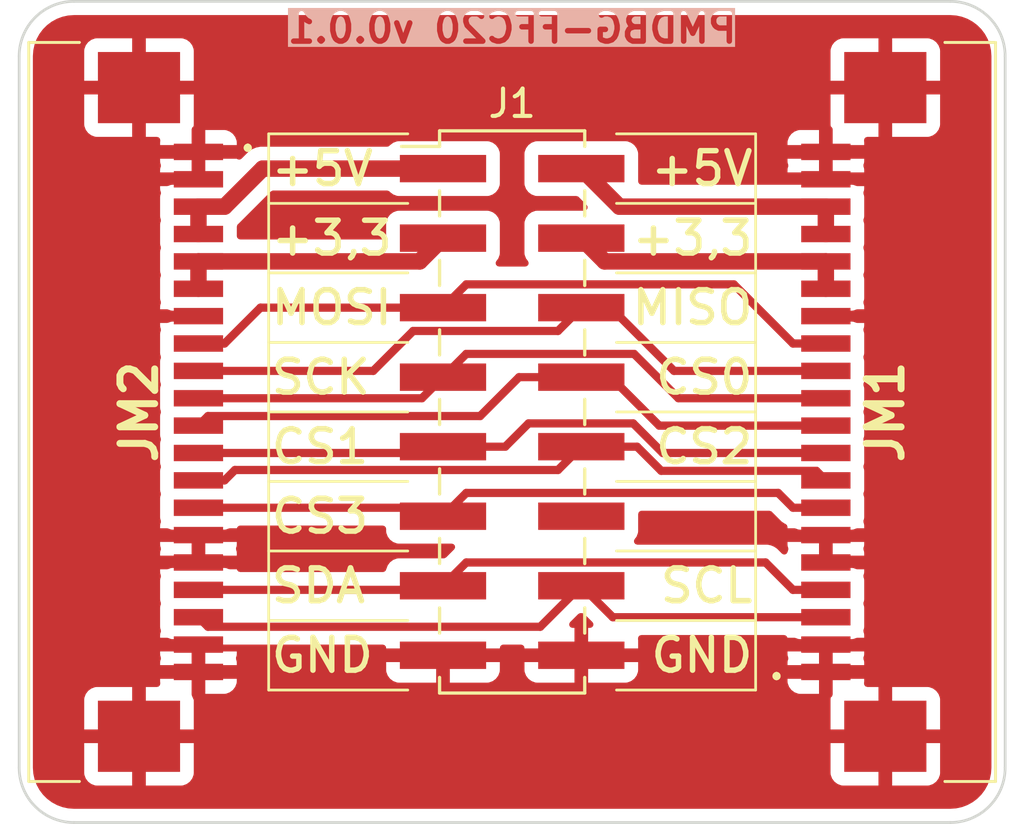
<source format=kicad_pcb>
(kicad_pcb (version 20241229) (generator "pcbnew") (generator_version "9.0")
  (layers (0 "F.Cu" signal) (2 "B.Cu" signal) (13 "F.Paste" user) (15 "B.Paste" user) (5 "F.SilkS" user "F.Silkscreen") (7 "B.SilkS" user "B.Silkscreen") (1 "F.Mask" user) (3 "B.Mask" user) (25 "Edge.Cuts" user))
  (property "article" "PMDBG-FFC20")
  (property "version" "0.0.1")
  (net 0 "")
  (net 1 "GND_MCU")
  (net 2 "/CS3_MCU")
  (net 3 "/SDA_MCU")
  (net 4 "/MISO_MCU")
  (net 5 "/SCL_MCU")
  (net 6 "/MOSI_MCU")
  (net 7 "/CS2_MCU")
  (net 8 "+5V_OUT")
  (net 9 "/SCK_MCU")
  (net 10 "/CS0_MCU")
  (net 11 "/CS1_MCU")
  (net 12 "+3.3V_OUT")
  (net 13 "+5V_IN")
  (net 14 "+3.3V_IN")
  (footprint "Connector_PinHeader_2.54mm:PinHeader_2x08_P2.54mm_Vertical_SMD" (layer "F.Cu") (at 121 69)
    (property "Reference" "J1" (at 0 -11.27 0) (layer "F.SilkS"))
    (property "Value" "PinHeader_02x08_P2.54_SMD_straight")
    (fp_line (start -4.04 -9.7) (end -2.65 -9.7) (stroke (width 0.12)) (layer "F.SilkS"))
    (fp_line (start -2.65 -10.27) (end -2.65 -9.7) (stroke (width 0.12)) (layer "F.SilkS"))
    (fp_line (start -2.65 -10.27) (end 2.65 -10.27) (stroke (width 0.12)) (layer "F.SilkS"))
    (fp_line (start -2.65 -8.08) (end -2.65 -7.16) (stroke (width 0.12)) (layer "F.SilkS"))
    (fp_line (start -2.65 -5.54) (end -2.65 -4.62) (stroke (width 0.12)) (layer "F.SilkS"))
    (fp_line (start -2.65 -3) (end -2.65 -2.08) (stroke (width 0.12)) (layer "F.SilkS"))
    (fp_line (start -2.65 -0.46) (end -2.65 0.46) (stroke (width 0.12)) (layer "F.SilkS"))
    (fp_line (start -2.65 2.08) (end -2.65 3) (stroke (width 0.12)) (layer "F.SilkS"))
    (fp_line (start -2.65 4.62) (end -2.65 5.54) (stroke (width 0.12)) (layer "F.SilkS"))
    (fp_line (start -2.65 7.16) (end -2.65 8.08) (stroke (width 0.12)) (layer "F.SilkS"))
    (fp_line (start -2.65 9.7) (end -2.65 10.27) (stroke (width 0.12)) (layer "F.SilkS"))
    (fp_line (start -2.65 10.27) (end 2.65 10.27) (stroke (width 0.12)) (layer "F.SilkS"))
    (fp_line (start 2.65 -10.27) (end 2.65 -9.7) (stroke (width 0.12)) (layer "F.SilkS"))
    (fp_line (start 2.65 -8.08) (end 2.65 -7.16) (stroke (width 0.12)) (layer "F.SilkS"))
    (fp_line (start 2.65 -5.54) (end 2.65 -4.62) (stroke (width 0.12)) (layer "F.SilkS"))
    (fp_line (start 2.65 -3) (end 2.65 -2.08) (stroke (width 0.12)) (layer "F.SilkS"))
    (fp_line (start 2.65 -0.46) (end 2.65 0.46) (stroke (width 0.12)) (layer "F.SilkS"))
    (fp_line (start 2.65 2.08) (end 2.65 3) (stroke (width 0.12)) (layer "F.SilkS"))
    (fp_line (start 2.65 4.62) (end 2.65 5.54) (stroke (width 0.12)) (layer "F.SilkS"))
    (fp_line (start 2.65 7.16) (end 2.65 8.08) (stroke (width 0.12)) (layer "F.SilkS"))
    (fp_line (start 2.65 9.7) (end 2.65 10.27) (stroke (width 0.12)) (layer "F.SilkS"))
    (pad "1" smd rect (at -2.525 -8.89) (size 3.15 1) (layers "F.Cu" "F.Mask" "F.Paste") (net 13 "+5V_IN"))
    (pad "2" smd rect (at 2.525 -8.89) (size 3.15 1) (layers "F.Cu" "F.Mask" "F.Paste") (net 8 "+5V_OUT"))
    (pad "3" smd rect (at -2.525 -6.35) (size 3.15 1) (layers "F.Cu" "F.Mask" "F.Paste") (net 14 "+3.3V_IN"))
    (pad "4" smd rect (at 2.525 -6.35) (size 3.15 1) (layers "F.Cu" "F.Mask" "F.Paste") (net 12 "+3.3V_OUT"))
    (pad "5" smd rect (at -2.525 -3.81) (size 3.15 1) (layers "F.Cu" "F.Mask" "F.Paste") (net 6 "/MOSI_MCU"))
    (pad "6" smd rect (at 2.525 -3.81) (size 3.15 1) (layers "F.Cu" "F.Mask" "F.Paste") (net 4 "/MISO_MCU"))
    (pad "7" smd rect (at -2.525 -1.27) (size 3.15 1) (layers "F.Cu" "F.Mask" "F.Paste") (net 9 "/SCK_MCU"))
    (pad "8" smd rect (at 2.525 -1.27) (size 3.15 1) (layers "F.Cu" "F.Mask" "F.Paste") (net 10 "/CS0_MCU"))
    (pad "9" smd rect (at -2.525 1.27) (size 3.15 1) (layers "F.Cu" "F.Mask" "F.Paste") (net 11 "/CS1_MCU"))
    (pad "10" smd rect (at 2.525 1.27) (size 3.15 1) (layers "F.Cu" "F.Mask" "F.Paste") (net 7 "/CS2_MCU"))
    (pad "11" smd rect (at -2.525 3.81) (size 3.15 1) (layers "F.Cu" "F.Mask" "F.Paste") (net 2 "/CS3_MCU"))
    (pad "12" smd rect (at 2.525 3.81) (size 3.15 1) (layers "F.Cu" "F.Mask" "F.Paste"))
    (pad "13" smd rect (at -2.525 6.35) (size 3.15 1) (layers "F.Cu" "F.Mask" "F.Paste") (net 3 "/SDA_MCU"))
    (pad "14" smd rect (at 2.525 6.35) (size 3.15 1) (layers "F.Cu" "F.Mask" "F.Paste") (net 5 "/SCL_MCU"))
    (pad "15" smd rect (at -2.525 8.89) (size 3.15 1) (layers "F.Cu" "F.Mask" "F.Paste") (net 1 "GND_MCU"))
    (pad "16" smd rect (at 2.525 8.89) (size 3.15 1) (layers "F.Cu" "F.Mask" "F.Paste") (net 1 "GND_MCU"))
  )
  (footprint "kicad_inventree_lib:AFA07S20FCA00" (layer "F.Cu") (at 106 69 -90)
    (property "Reference" "JM2" (at 0 -1.374 90) (layer "F.SilkS") (effects (font (size 1.27 1.27) (thickness 0.254))))
    (property "Value" "AFA07-S20FCC-00" (hide yes))
    (fp_line (start -13.5 2.65) (end -13.5 2.65) (stroke (width 0.1)) (layer "F.SilkS"))
    (fp_line (start -13.5 2.65) (end -13.5 2.65) (stroke (width 0.1)) (layer "F.SilkS"))
    (fp_line (start -13.5 2.65) (end 13.5 2.65) (stroke (width 0.1)) (layer "F.SilkS"))
    (fp_line (start -13.5 2.65) (end -13.5 0.802) (stroke (width 0.1)) (layer "F.SilkS"))
    (fp_line (start 13.5 2.65) (end -13.5 2.65) (stroke (width 0.1)) (layer "F.SilkS"))
    (fp_line (start 13.5 2.65) (end 13.5 2.65) (stroke (width 0.1)) (layer "F.SilkS"))
    (fp_line (start 13.5 2.65) (end 13.5 2.65) (stroke (width 0.1)) (layer "F.SilkS"))
    (fp_line (start 13.5 2.65) (end 13.5 0.802) (stroke (width 0.1)) (layer "F.SilkS"))
    (fp_line (start -13.5 0.802) (end -13.5 2.65) (stroke (width 0.1)) (layer "F.SilkS"))
    (fp_line (start -13.5 0.802) (end -13.5 0.802) (stroke (width 0.1)) (layer "F.SilkS"))
    (fp_line (start 13.5 0.802) (end 13.5 2.65) (stroke (width 0.1)) (layer "F.SilkS"))
    (fp_line (start 13.5 0.802) (end 13.5 0.802) (stroke (width 0.1)) (layer "F.SilkS"))
    (fp_line (start -9.7 -5.348) (end -9.7 -5.348) (stroke (width 0.2)) (layer "F.SilkS"))
    (fp_line (start -9.7 -5.348) (end -9.7 -5.348) (stroke (width 0.2)) (layer "F.SilkS"))
    (fp_line (start -9.6 -5.348) (end -9.6 -5.348) (stroke (width 0.2)) (layer "F.SilkS"))
    (fp_arc (start -9.7 -5.348) (mid -9.65 -5.398) (end -9.6 -5.348) (stroke (width 0.2)) (layer "F.SilkS"))
    (fp_arc (start -9.6 -5.348) (mid -9.65 -5.298) (end -9.7 -5.348) (stroke (width 0.2)) (layer "F.SilkS"))
    (fp_arc (start -9.6 -5.348) (mid -9.65 -5.298) (end -9.7 -5.348) (stroke (width 0.2)) (layer "F.SilkS"))
    (pad "1" smd rect (at -9.5 -3.546 270) (size 0.6 1.8) (layers "F.Cu" "F.Mask" "F.Paste") (net 1 "GND_MCU"))
    (pad "2" smd rect (at -8.5 -3.546 270) (size 0.6 1.8) (layers "F.Cu" "F.Mask" "F.Paste") (net 1 "GND_MCU"))
    (pad "3" smd rect (at -7.5 -3.546 270) (size 0.6 1.8) (layers "F.Cu" "F.Mask" "F.Paste") (net 13 "+5V_IN"))
    (pad "4" smd rect (at -6.5 -3.546 270) (size 0.6 1.8) (layers "F.Cu" "F.Mask" "F.Paste") (net 13 "+5V_IN"))
    (pad "5" smd rect (at -5.5 -3.546 270) (size 0.6 1.8) (layers "F.Cu" "F.Mask" "F.Paste") (net 14 "+3.3V_IN"))
    (pad "6" smd rect (at -4.5 -3.546 270) (size 0.6 1.8) (layers "F.Cu" "F.Mask" "F.Paste") (net 14 "+3.3V_IN"))
    (pad "7" smd rect (at -3.5 -3.546 270) (size 0.6 1.8) (layers "F.Cu" "F.Mask" "F.Paste") (net 1 "GND_MCU"))
    (pad "8" smd rect (at -2.5 -3.546 270) (size 0.6 1.8) (layers "F.Cu" "F.Mask" "F.Paste") (net 6 "/MOSI_MCU"))
    (pad "9" smd rect (at -1.5 -3.546 270) (size 0.6 1.8) (layers "F.Cu" "F.Mask" "F.Paste") (net 4 "/MISO_MCU"))
    (pad "10" smd rect (at -0.5 -3.546 270) (size 0.6 1.8) (layers "F.Cu" "F.Mask" "F.Paste") (net 9 "/SCK_MCU"))
    (pad "11" smd rect (at 0.5 -3.546 270) (size 0.6 1.8) (layers "F.Cu" "F.Mask" "F.Paste") (net 10 "/CS0_MCU"))
    (pad "12" smd rect (at 1.5 -3.546 270) (size 0.6 1.8) (layers "F.Cu" "F.Mask" "F.Paste") (net 11 "/CS1_MCU"))
    (pad "13" smd rect (at 2.5 -3.546 270) (size 0.6 1.8) (layers "F.Cu" "F.Mask" "F.Paste") (net 7 "/CS2_MCU"))
    (pad "14" smd rect (at 3.5 -3.546 270) (size 0.6 1.8) (layers "F.Cu" "F.Mask" "F.Paste") (net 2 "/CS3_MCU"))
    (pad "15" smd rect (at 4.5 -3.546 270) (size 0.6 1.8) (layers "F.Cu" "F.Mask" "F.Paste") (net 1 "GND_MCU"))
    (pad "16" smd rect (at 5.5 -3.546 270) (size 0.6 1.8) (layers "F.Cu" "F.Mask" "F.Paste") (net 1 "GND_MCU"))
    (pad "17" smd rect (at 6.5 -3.546 270) (size 0.6 1.8) (layers "F.Cu" "F.Mask" "F.Paste") (net 3 "/SDA_MCU"))
    (pad "18" smd rect (at 7.5 -3.546 270) (size 0.6 1.8) (layers "F.Cu" "F.Mask" "F.Paste") (net 5 "/SCL_MCU"))
    (pad "19" smd rect (at 8.5 -3.546 270) (size 0.6 1.8) (layers "F.Cu" "F.Mask" "F.Paste") (net 1 "GND_MCU"))
    (pad "20" smd rect (at 9.5 -3.546 270) (size 0.6 1.8) (layers "F.Cu" "F.Mask" "F.Paste") (net 1 "GND_MCU"))
    (pad "MP1" smd rect (at -11.85 -1.375 270) (size 2.6 3) (layers "F.Cu" "F.Mask" "F.Paste") (net 1 "GND_MCU"))
    (pad "MP2" smd rect (at 11.85 -1.375 270) (size 2.6 3) (layers "F.Cu" "F.Mask" "F.Paste") (net 1 "GND_MCU"))
  )
  (footprint "kicad_inventree_lib:AFA07S20FCA00" (layer "F.Cu") (at 136 69 90)
    (property "Reference" "JM1" (at 0 -1.374 90) (layer "F.SilkS") (effects (font (size 1.27 1.27) (thickness 0.254))))
    (property "Value" "AFA07-S20FCC-00" (hide yes))
    (fp_line (start -9.6 -5.348) (end -9.6 -5.348) (stroke (width 0.2)) (layer "F.SilkS"))
    (fp_line (start -9.7 -5.348) (end -9.7 -5.348) (stroke (width 0.2)) (layer "F.SilkS"))
    (fp_line (start -9.7 -5.348) (end -9.7 -5.348) (stroke (width 0.2)) (layer "F.SilkS"))
    (fp_line (start 13.5 0.802) (end 13.5 0.802) (stroke (width 0.1)) (layer "F.SilkS"))
    (fp_line (start 13.5 0.802) (end 13.5 2.65) (stroke (width 0.1)) (layer "F.SilkS"))
    (fp_line (start -13.5 0.802) (end -13.5 0.802) (stroke (width 0.1)) (layer "F.SilkS"))
    (fp_line (start -13.5 0.802) (end -13.5 2.65) (stroke (width 0.1)) (layer "F.SilkS"))
    (fp_line (start 13.5 2.65) (end 13.5 0.802) (stroke (width 0.1)) (layer "F.SilkS"))
    (fp_line (start 13.5 2.65) (end 13.5 2.65) (stroke (width 0.1)) (layer "F.SilkS"))
    (fp_line (start 13.5 2.65) (end 13.5 2.65) (stroke (width 0.1)) (layer "F.SilkS"))
    (fp_line (start 13.5 2.65) (end -13.5 2.65) (stroke (width 0.1)) (layer "F.SilkS"))
    (fp_line (start -13.5 2.65) (end -13.5 0.802) (stroke (width 0.1)) (layer "F.SilkS"))
    (fp_line (start -13.5 2.65) (end 13.5 2.65) (stroke (width 0.1)) (layer "F.SilkS"))
    (fp_line (start -13.5 2.65) (end -13.5 2.65) (stroke (width 0.1)) (layer "F.SilkS"))
    (fp_line (start -13.5 2.65) (end -13.5 2.65) (stroke (width 0.1)) (layer "F.SilkS"))
    (fp_arc (start -9.6 -5.348) (mid -9.65 -5.298) (end -9.7 -5.348) (stroke (width 0.2)) (layer "F.SilkS"))
    (fp_arc (start -9.6 -5.348) (mid -9.65 -5.298) (end -9.7 -5.348) (stroke (width 0.2)) (layer "F.SilkS"))
    (fp_arc (start -9.7 -5.348) (mid -9.65 -5.398) (end -9.6 -5.348) (stroke (width 0.2)) (layer "F.SilkS"))
    (pad "1" smd rect (at -9.5 -3.546 90) (size 0.6 1.8) (layers "F.Cu" "F.Mask" "F.Paste") (net 1 "GND_MCU"))
    (pad "2" smd rect (at -8.5 -3.546 90) (size 0.6 1.8) (layers "F.Cu" "F.Mask" "F.Paste") (net 1 "GND_MCU"))
    (pad "3" smd rect (at -7.5 -3.546 90) (size 0.6 1.8) (layers "F.Cu" "F.Mask" "F.Paste") (net 5 "/SCL_MCU"))
    (pad "4" smd rect (at -6.5 -3.546 90) (size 0.6 1.8) (layers "F.Cu" "F.Mask" "F.Paste") (net 3 "/SDA_MCU"))
    (pad "5" smd rect (at -5.5 -3.546 90) (size 0.6 1.8) (layers "F.Cu" "F.Mask" "F.Paste") (net 1 "GND_MCU"))
    (pad "6" smd rect (at -4.5 -3.546 90) (size 0.6 1.8) (layers "F.Cu" "F.Mask" "F.Paste") (net 1 "GND_MCU"))
    (pad "7" smd rect (at -3.5 -3.546 90) (size 0.6 1.8) (layers "F.Cu" "F.Mask" "F.Paste") (net 2 "/CS3_MCU"))
    (pad "8" smd rect (at -2.5 -3.546 90) (size 0.6 1.8) (layers "F.Cu" "F.Mask" "F.Paste") (net 7 "/CS2_MCU"))
    (pad "9" smd rect (at -1.5 -3.546 90) (size 0.6 1.8) (layers "F.Cu" "F.Mask" "F.Paste") (net 11 "/CS1_MCU"))
    (pad "10" smd rect (at -0.5 -3.546 90) (size 0.6 1.8) (layers "F.Cu" "F.Mask" "F.Paste") (net 10 "/CS0_MCU"))
    (pad "11" smd rect (at 0.5 -3.546 90) (size 0.6 1.8) (layers "F.Cu" "F.Mask" "F.Paste") (net 9 "/SCK_MCU"))
    (pad "12" smd rect (at 1.5 -3.546 90) (size 0.6 1.8) (layers "F.Cu" "F.Mask" "F.Paste") (net 4 "/MISO_MCU"))
    (pad "13" smd rect (at 2.5 -3.546 90) (size 0.6 1.8) (layers "F.Cu" "F.Mask" "F.Paste") (net 6 "/MOSI_MCU"))
    (pad "14" smd rect (at 3.5 -3.546 90) (size 0.6 1.8) (layers "F.Cu" "F.Mask" "F.Paste") (net 1 "GND_MCU"))
    (pad "15" smd rect (at 4.5 -3.546 90) (size 0.6 1.8) (layers "F.Cu" "F.Mask" "F.Paste") (net 12 "+3.3V_OUT"))
    (pad "16" smd rect (at 5.5 -3.546 90) (size 0.6 1.8) (layers "F.Cu" "F.Mask" "F.Paste") (net 12 "+3.3V_OUT"))
    (pad "17" smd rect (at 6.5 -3.546 90) (size 0.6 1.8) (layers "F.Cu" "F.Mask" "F.Paste") (net 8 "+5V_OUT"))
    (pad "18" smd rect (at 7.5 -3.546 90) (size 0.6 1.8) (layers "F.Cu" "F.Mask" "F.Paste") (net 8 "+5V_OUT"))
    (pad "19" smd rect (at 8.5 -3.546 90) (size 0.6 1.8) (layers "F.Cu" "F.Mask" "F.Paste") (net 1 "GND_MCU"))
    (pad "20" smd rect (at 9.5 -3.546 90) (size 0.6 1.8) (layers "F.Cu" "F.Mask" "F.Paste") (net 1 "GND_MCU"))
    (pad "MP1" smd rect (at -11.85 -1.375 90) (size 2.6 3) (layers "F.Cu" "F.Mask" "F.Paste") (net 1 "GND_MCU"))
    (pad "MP2" smd rect (at 11.85 -1.375 90) (size 2.6 3) (layers "F.Cu" "F.Mask" "F.Paste") (net 1 "GND_MCU"))
  )
  (gr_line (start 124.81 66.46) (end 129.89 66.46) (stroke (width 0.1)) (layer "F.SilkS"))
  (gr_line (start 112.11 58.84) (end 112.11 79.16) (stroke (width 0.1)) (layer "F.SilkS"))
  (gr_line (start 124.81 74.08) (end 129.89 74.08) (stroke (width 0.1)) (layer "F.SilkS"))
  (gr_line (start 124.81 61.38) (end 129.89 61.38) (stroke (width 0.1)) (layer "F.SilkS"))
  (gr_line (start 124.81 76.62) (end 129.89 76.62) (stroke (width 0.1)) (layer "F.SilkS"))
  (gr_line (start 129.89 58.84) (end 129.89 79.16) (stroke (width 0.1)) (layer "F.SilkS"))
  (gr_line (start 112.11 71.54) (end 117.19 71.54) (stroke (width 0.1)) (layer "F.SilkS"))
  (gr_line (start 112.11 79.16) (end 117.19 79.16) (stroke (width 0.1)) (layer "F.SilkS"))
  (gr_line (start 112.11 61.38) (end 117.19 61.38) (stroke (width 0.1)) (layer "F.SilkS"))
  (gr_line (start 112.11 66.46) (end 117.19 66.46) (stroke (width 0.1)) (layer "F.SilkS"))
  (gr_line (start 124.81 63.92) (end 129.89 63.92) (stroke (width 0.1)) (layer "F.SilkS"))
  (gr_line (start 112.11 74.08) (end 117.19 74.08) (stroke (width 0.1)) (layer "F.SilkS"))
  (gr_line (start 112.11 58.84) (end 117.19 58.84) (stroke (width 0.1)) (layer "F.SilkS"))
  (gr_line (start 112.11 63.92) (end 117.19 63.92) (stroke (width 0.1)) (layer "F.SilkS"))
  (gr_line (start 124.81 69) (end 129.89 69) (stroke (width 0.1)) (layer "F.SilkS"))
  (gr_line (start 124.81 58.84) (end 129.89 58.84) (stroke (width 0.1)) (layer "F.SilkS"))
  (gr_line (start 112.11 69) (end 117.19 69) (stroke (width 0.1)) (layer "F.SilkS"))
  (gr_line (start 124.81 71.54) (end 129.89 71.54) (stroke (width 0.1)) (layer "F.SilkS"))
  (gr_line (start 112.11 76.62) (end 117.19 76.62) (stroke (width 0.1)) (layer "F.SilkS"))
  (gr_line (start 124.81 79.16) (end 129.89 79.16) (stroke (width 0.1)) (layer "F.SilkS"))
  (gr_arc (start 103 56) (mid 103.585786 54.585786) (end 105 54) (stroke (width 0.1)) (layer "Edge.Cuts"))
  (gr_arc (start 139 82) (mid 138.414214 83.414214) (end 137 84) (stroke (width 0.1)) (layer "Edge.Cuts"))
  (gr_arc (start 137 54) (mid 138.414214 54.585786) (end 139 56) (stroke (width 0.1)) (layer "Edge.Cuts"))
  (gr_line (start 105 84) (end 137 84) (stroke (width 0.1)) (layer "Edge.Cuts"))
  (gr_line (start 103 82) (end 103 56) (stroke (width 0.1)) (layer "Edge.Cuts"))
  (gr_line (start 139 56) (end 139 82) (stroke (width 0.1)) (layer "Edge.Cuts"))
  (gr_line (start 105 54) (end 137 54) (stroke (width 0.1)) (layer "Edge.Cuts"))
  (gr_arc (start 105 84) (mid 103.585786 83.414214) (end 103 82) (stroke (width 0.1)) (layer "Edge.Cuts"))
  (gr_text "CS3" (at 112.11 72.81 0) (layer "F.SilkS") (effects (font (size 1.2 1.2) (thickness 0.2) (bold yes)) (justify left)))
  (gr_text "MISO" (at 129.89 65.19 0) (layer "F.SilkS") (effects (font (size 1.2 1.2) (thickness 0.2) (bold yes)) (justify right)))
  (gr_text "SDA" (at 112.11 75.35 0) (layer "F.SilkS") (effects (font (size 1.2 1.2) (thickness 0.2) (bold yes)) (justify left)))
  (gr_text "+3,3" (at 112.11 62.65 0) (layer "F.SilkS") (effects (font (size 1.2 1.2) (thickness 0.2) (bold yes)) (justify left)))
  (gr_text "CS1" (at 112.11 70.27 0) (layer "F.SilkS") (effects (font (size 1.2 1.2) (thickness 0.2) (bold yes)) (justify left)))
  (gr_text "CS0" (at 129.89 67.73 0) (layer "F.SilkS") (effects (font (size 1.2 1.2) (thickness 0.2) (bold yes)) (justify right)))
  (gr_text "MOSI" (at 112.11 65.19 0) (layer "F.SilkS") (effects (font (size 1.2 1.2) (thickness 0.2) (bold yes)) (justify left)))
  (gr_text "+3,3" (at 129.89 62.65 0) (layer "F.SilkS") (effects (font (size 1.2 1.2) (thickness 0.2) (bold yes)) (justify right)))
  (gr_text "CS2" (at 129.89 70.27 0) (layer "F.SilkS") (effects (font (size 1.2 1.2) (thickness 0.2) (bold yes)) (justify right)))
  (gr_text "SCL" (at 129.89 75.35 0) (layer "F.SilkS") (effects (font (size 1.2 1.2) (thickness 0.2) (bold yes)) (justify right)))
  (gr_text "GND" (at 129.89 77.89 0) (layer "F.SilkS") (effects (font (size 1.2 1.2) (thickness 0.2) (bold yes)) (justify right)))
  (gr_text "GND" (at 112.11 77.89 0) (layer "F.SilkS") (effects (font (size 1.2 1.2) (thickness 0.2) (bold yes)) (justify left)))
  (gr_text "SCK" (at 112.11 67.73 0) (layer "F.SilkS") (effects (font (size 1.2 1.2) (thickness 0.2) (bold yes)) (justify left)))
  (gr_text "+5V" (at 112.11 60.11 0) (layer "F.SilkS") (effects (font (size 1.2 1.2) (thickness 0.2) (bold yes)) (justify left)))
  (gr_text "+5V" (at 129.89 60.11 0) (layer "F.SilkS") (effects (font (size 1.2 1.2) (thickness 0.2) (bold yes)) (justify right)))
  (gr_text "${article} v${version}" (at 121 55 0) (layer "B.SilkS" knockout) (effects (font (size 1 1) (thickness 0.2) (bold yes)) (justify mirror)))
  (segment (start 119.326 71.959) (end 130.713 71.959) (width 0.3) (layer "F.Cu") (net 2))
  (segment (start 118.165 72.5) (end 118.475 72.81) (width 0.3) (layer "F.Cu") (net 2))
  (segment (start 118.475 72.81) (end 119.326 71.959) (width 0.3) (layer "F.Cu") (net 2))
  (segment (start 131.254 72.5) (end 132.454 72.5) (width 0.3) (layer "F.Cu") (net 2))
  (segment (start 109.546 72.5) (end 118.165 72.5) (width 0.3) (layer "F.Cu") (net 2))
  (segment (start 130.713 71.959) (end 131.254 72.5) (width 0.3) (layer "F.Cu") (net 2))
  (segment (start 130.254 74.5) (end 131.254 75.5) (width 0.3) (layer "F.Cu") (net 3))
  (segment (start 109.546 75.5) (end 118.325 75.5) (width 0.3) (layer "F.Cu") (net 3))
  (segment (start 118.325 75.5) (end 118.475 75.35) (width 0.3) (layer "F.Cu") (net 3))
  (segment (start 118.475 75.35) (end 119.325 74.5) (width 0.3) (layer "F.Cu") (net 3))
  (segment (start 119.325 74.5) (end 130.254 74.5) (width 0.3) (layer "F.Cu") (net 3))
  (segment (start 131.254 75.5) (end 132.454 75.5) (width 0.3) (layer "F.Cu") (net 3))
  (segment (start 109.546 67.5) (end 115.928 67.5) (width 0.3) (layer "F.Cu") (net 4))
  (segment (start 115.928 67.5) (end 117.387 66.041) (width 0.3) (layer "F.Cu") (net 4))
  (segment (start 117.387 66.041) (end 122.674 66.041) (width 0.3) (layer "F.Cu") (net 4))
  (segment (start 122.674 66.041) (end 123.525 65.19) (width 0.3) (layer "F.Cu") (net 4))
  (segment (start 124.6 65.19) (end 126.91 67.5) (width 0.3) (layer "F.Cu") (net 4))
  (segment (start 123.525 65.19) (end 124.6 65.19) (width 0.3) (layer "F.Cu") (net 4))
  (segment (start 126.91 67.5) (end 132.454 67.5) (width 0.3) (layer "F.Cu") (net 4))
  (segment (start 122.026 76.849) (end 123.525 75.35) (width 0.3) (layer "F.Cu") (net 5))
  (segment (start 123.525 75.35) (end 124.675 76.5) (width 0.3) (layer "F.Cu") (net 5))
  (segment (start 109.895 76.849) (end 122.026 76.849) (width 0.3) (layer "F.Cu") (net 5))
  (segment (start 109.546 76.5) (end 109.895 76.849) (width 0.3) (layer "F.Cu") (net 5))
  (segment (start 124.675 76.5) (end 132.454 76.5) (width 0.3) (layer "F.Cu") (net 5))
  (segment (start 111.81 65.19) (end 118.475 65.19) (width 0.3) (layer "F.Cu") (net 6))
  (segment (start 131.254 66.5) (end 132.454 66.5) (width 0.3) (layer "F.Cu") (net 6))
  (segment (start 118.475 65.19) (end 119.326 64.339) (width 0.3) (layer "F.Cu") (net 6))
  (segment (start 109.546 66.5) (end 110.5 66.5) (width 0.3) (layer "F.Cu") (net 6))
  (segment (start 129.093 64.339) (end 131.254 66.5) (width 0.3) (layer "F.Cu") (net 6))
  (segment (start 119.326 64.339) (end 129.093 64.339) (width 0.3) (layer "F.Cu") (net 6))
  (segment (start 110.5 66.5) (end 111.81 65.19) (width 0.3) (layer "F.Cu") (net 6))
  (segment (start 132.105 71.151) (end 132.454 71.5) (width 0.3) (layer "F.Cu") (net 7))
  (segment (start 122.674 71.121) (end 123.525 70.27) (width 0.3) (layer "F.Cu") (net 7))
  (segment (start 123.525 70.27) (end 125.56148 70.27) (width 0.3) (layer "F.Cu") (net 7))
  (segment (start 126.44248 71.151) (end 132.105 71.151) (width 0.3) (layer "F.Cu") (net 7))
  (segment (start 110.5 71.5) (end 110.879 71.121) (width 0.3) (layer "F.Cu") (net 7))
  (segment (start 110.879 71.121) (end 122.674 71.121) (width 0.3) (layer "F.Cu") (net 7))
  (segment (start 109.546 71.5) (end 110.5 71.5) (width 0.3) (layer "F.Cu") (net 7))
  (segment (start 125.56148 70.27) (end 126.44248 71.151) (width 0.3) (layer "F.Cu") (net 7))
  (segment (start 123.525 60.11) (end 124.915 61.5) (width 0.6) (layer "F.Cu") (net 8))
  (segment (start 124.915 61.5) (end 132.454 61.5) (width 0.6) (layer "F.Cu") (net 8))
  (segment (start 132.454 61.5) (end 132.454 62.5) (width 0.6) (layer "F.Cu") (net 8))
  (segment (start 132.454 68.5) (end 127.072 68.5) (width 0.3) (layer "F.Cu") (net 9))
  (segment (start 127.072 68.5) (end 125.451 66.879) (width 0.3) (layer "F.Cu") (net 9))
  (segment (start 125.451 66.879) (end 119.326 66.879) (width 0.3) (layer "F.Cu") (net 9))
  (segment (start 109.546 68.5) (end 117.705 68.5) (width 0.3) (layer "F.Cu") (net 9))
  (segment (start 119.326 66.879) (end 118.475 67.73) (width 0.3) (layer "F.Cu") (net 9))
  (segment (start 117.705 68.5) (end 118.475 67.73) (width 0.3) (layer "F.Cu") (net 9))
  (segment (start 121.252 67.73) (end 123.525 67.73) (width 0.3) (layer "F.Cu") (net 10))
  (segment (start 119.831 69.151) (end 121.252 67.73) (width 0.3) (layer "F.Cu") (net 10))
  (segment (start 124.6 67.73) (end 126.37 69.5) (width 0.3) (layer "F.Cu") (net 10))
  (segment (start 109.546 69.5) (end 109.895 69.151) (width 0.3) (layer "F.Cu") (net 10))
  (segment (start 126.37 69.5) (end 132.454 69.5) (width 0.3) (layer "F.Cu") (net 10))
  (segment (start 123.525 67.73) (end 124.6 67.73) (width 0.3) (layer "F.Cu") (net 10))
  (segment (start 109.895 69.151) (end 119.831 69.151) (width 0.3) (layer "F.Cu") (net 10))
  (segment (start 118.475 70.27) (end 120.748 70.27) (width 0.3) (layer "F.Cu") (net 11))
  (segment (start 125.419 69.419) (end 126.5 70.5) (width 0.3) (layer "F.Cu") (net 11))
  (segment (start 126.5 70.5) (end 132.454 70.5) (width 0.3) (layer "F.Cu") (net 11))
  (segment (start 121.599 69.419) (end 125.419 69.419) (width 0.3) (layer "F.Cu") (net 11))
  (segment (start 120.748 70.27) (end 121.599 69.419) (width 0.3) (layer "F.Cu") (net 11))
  (segment (start 109.546 70.5) (end 118.245 70.5) (width 0.3) (layer "F.Cu") (net 11))
  (segment (start 118.245 70.5) (end 118.475 70.27) (width 0.3) (layer "F.Cu") (net 11))
  (segment (start 123.525 62.65) (end 124.375 63.5) (width 0.6) (layer "F.Cu") (net 12))
  (segment (start 124.375 63.5) (end 132.454 63.5) (width 0.6) (layer "F.Cu") (net 12))
  (segment (start 132.454 63.5) (end 132.454 64.5) (width 0.6) (layer "F.Cu") (net 12))
  (segment (start 110.5 61.5) (end 111.89 60.11) (width 0.6) (layer "F.Cu") (net 13))
  (segment (start 109.546 61.5) (end 110.5 61.5) (width 0.6) (layer "F.Cu") (net 13))
  (segment (start 109.546 62.5) (end 109.546 61.5) (width 0.6) (layer "F.Cu") (net 13))
  (segment (start 111.89 60.11) (end 118.475 60.11) (width 0.6) (layer "F.Cu") (net 13))
  (segment (start 109.546 63.5) (end 109.546 64.5) (width 0.6) (layer "F.Cu") (net 14))
  (segment (start 109.546 63.5) (end 117.625 63.5) (width 0.6) (layer "F.Cu") (net 14))
  (segment (start 117.625 63.5) (end 118.475 62.65) (width 0.6) (layer "F.Cu") (net 14))
  (zone (net 1) (net_name "GND_MCU") (layer "F.Cu") (connect_pads (clearance 0.5)) (min_thickness 0.25) (fill yes (thermal_gap 0.5) (thermal_bridge_width 0.5))
    (polygon (pts (xy 103 54) (xy 139 54) (xy 139 84) (xy 103 84)))
  )
)
</source>
